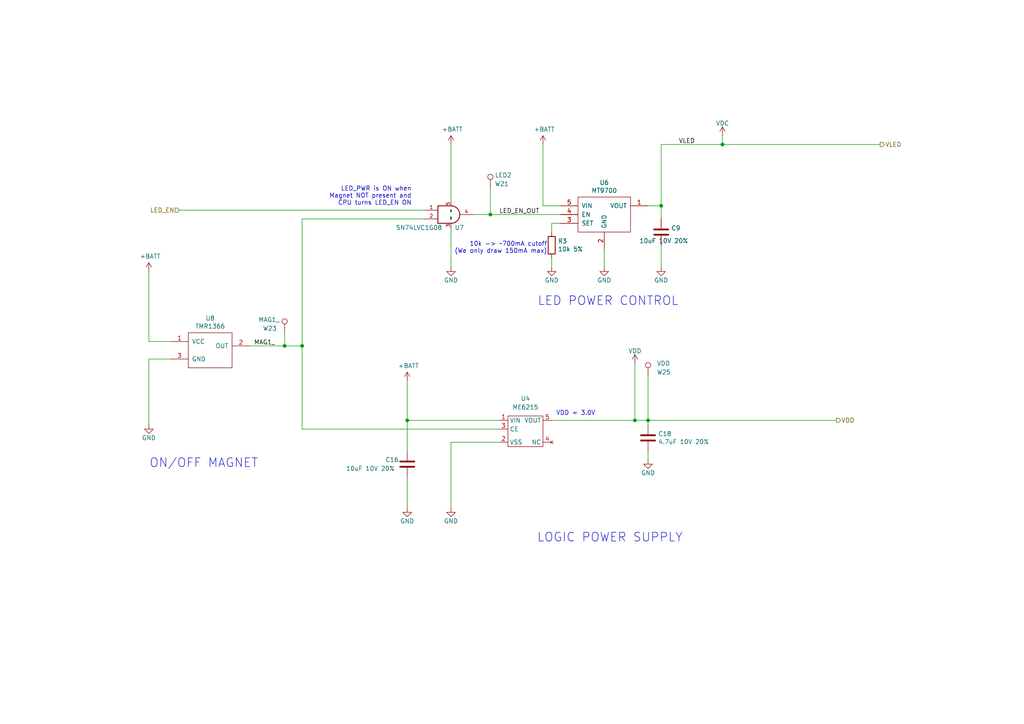
<source format=kicad_sch>
(kicad_sch (version 20230121) (generator eeschema)
  (paper "A4")
  (title_block (title "Pixels D20 Schematic, Power") (date "2020-04-13") (rev "2") (company "Systemic Games, LLC"))
  (lib_symbols
    (symbol "Device:C" (pin_numbers hide) (pin_names (offset 0.254))
      (property "Reference" "C" (at 0.635 2.54 0))
      (property "Value" "C" (at 0.635 -2.54 0))
      (symbol "C_0_1"
        (polyline (pts (xy -2.032 -0.762) (xy 2.032 -0.762)) (stroke (width 0.508)))
        (polyline (pts (xy -2.032 0.762) (xy 2.032 0.762)) (stroke (width 0.508)))
      )
      (symbol "C_1_1"
        (pin passive line (at 0 3.81 270) (length 2.794) (name "~") (number "1"))
        (pin passive line (at 0 -3.81 90) (length 2.794) (name "~") (number "2"))
      )
    )
    (symbol "Device:R" (pin_numbers hide) (pin_names (offset 0))
      (property "Reference" "R" (at 2.032 0 90))
      (property "Value" "R" (at 0 0 90))
      (symbol "R_0_1"
        (rectangle (start -1.016 -2.54) (end 1.016 2.54) (stroke (width 0.254)))
      )
      (symbol "R_1_1"
        (pin passive line (at 0 3.81 270) (length 1.27) (name "~") (number "1"))
        (pin passive line (at 0 -3.81 90) (length 1.27) (name "~") (number "2"))
      )
    )
    (symbol "Pixels-dice:74AHC1G08" (pin_names (offset 1.016))
      (property "Reference" "U" (at -2.54 3.81 0))
      (property "Value" "74AHC1G08" (at 0 -3.81 0))
      (symbol "74AHC1G08_0_1"
        (arc (start 0 -2.54) (mid 2.529 0) (end 0 2.54) (stroke (width 0.254)))
        (polyline (pts (xy 0 -2.54) (xy -3.81 -2.54) (xy -3.81 2.54) (xy 0 2.54)) (stroke (width 0.254)))
      )
      (symbol "74AHC1G08_1_1"
        (pin input line (at -7.62 1.27 0) (length 3.81) (name "~") (number "1"))
        (pin input line (at -7.62 -1.27 0) (length 3.81) (name "~") (number "2"))
        (pin power_in line (at 0 -3.81 90) (length 1.27) (name "GND") (number "3"))
        (pin output line (at 6.35 0 180) (length 3.81) (name "~") (number "4"))
        (pin power_in line (at 0 3.81 270) (length 1.27) (name "VCC") (number "5"))
      )
    )
    (symbol "Pixels-dice:ME6215"
      (property "Reference" "U" (at 3.175 -6.35 0))
      (property "Value" "ME6215" (at 0 5.08 0))
      (symbol "ME6215_0_1"
        (rectangle (start -5.08 3.81) (end 5.08 -5.08))
      )
      (symbol "ME6215_1_1"
        (pin power_in line (at -7.62 2.54 0) (length 2.54) (name "VIN") (number "1"))
        (pin power_in line (at -7.62 -3.81 0) (length 2.54) (name "VSS") (number "2"))
        (pin input line (at -7.62 0 0) (length 2.54) (name "CE") (number "3"))
        (pin no_connect line (at 7.62 -3.81 180) (length 2.54) (name "NC") (number "4"))
        (pin power_out line (at 7.62 2.54 180) (length 2.54) (name "VOUT") (number "5"))
      )
    )
    (symbol "Pixels-dice:MT9700" (pin_names (offset 1.016))
      (property "Reference" "U" (at 6.35 -6.35 0))
      (property "Value" "MT9700" (at 0 6.35 0))
      (symbol "MT9700_0_1"
        (rectangle (start -7.62 5.08) (end 7.62 -5.08))
      )
      (symbol "MT9700_1_1"
        (pin power_out line (at 12.7 2.54 180) (length 5.08) (name "VOUT") (number "1"))
        (pin power_in line (at 0 -10.16 90) (length 5.08) (name "GND") (number "2"))
        (pin input line (at -12.7 -2.54 0) (length 5.08) (name "SET") (number "3"))
        (pin input line (at -12.7 0 0) (length 5.08) (name "EN") (number "4"))
        (pin power_in line (at -12.7 2.54 0) (length 5.08) (name "VIN") (number "5"))
      )
    )
    (symbol "Pixels-dice:TEST_1P-conn" (pin_numbers hide) (pin_names (offset 0.762) hide)
      (property "Reference" "W" (at 0 6.858 0))
      (property "Value" "TEST_1P-conn" (at 0 5.08 0))
      (symbol "TEST_1P-conn_0_1"
        (circle (center 0 3.302) (radius 0.762))
      )
      (symbol "TEST_1P-conn_1_1"
        (pin passive line (at 0 0 90) (length 2.54) (name "1") (number "1"))
      )
    )
    (symbol "Pixels-dice:TMR1366" (pin_names (offset 1.016))
      (property "Reference" "U" (at 3.81 -6.35 0))
      (property "Value" "TMR1366" (at 0 6.35 0))
      (symbol "TMR1366_1_1"
        (rectangle (start -6.35 5.08) (end 6.35 -5.08))
        (pin power_in line (at -11.43 2.54 0) (length 5.08) (name "VCC") (number "1"))
        (pin output line (at 11.43 1.27 180) (length 5.08) (name "OUT") (number "2"))
        (pin power_in line (at -11.43 -2.54 0) (length 5.08) (name "GND") (number "3"))
      )
    )
    (symbol "power:+BATT" (power) (pin_names (offset 0))
      (property "Value" "+BATT" (at 0 3.556 0))
      (symbol "+BATT_0_1"
        (polyline (pts (xy -0.762 1.27) (xy 0 2.54)))
        (polyline (pts (xy 0 0) (xy 0 2.54)))
        (polyline (pts (xy 0 2.54) (xy 0.762 1.27)))
      )
      (symbol "+BATT_1_1"
        (pin power_in line (at 0 0 90) (length 0) hide (name "+BATT") (number "1"))
      )
    )
    (symbol "power:GND" (power) (pin_names (offset 0))
      (property "Value" "GND" (at 0 -3.81 0))
      (symbol "GND_0_1"
        (polyline (pts (xy 0 0) (xy 0 -1.27) (xy 1.27 -1.27) (xy 0 -2.54) (xy -1.27 -1.27) (xy 0 -1.27)))
      )
      (symbol "GND_1_1"
        (pin power_in line (at 0 0 270) (length 0) hide (name "GND") (number "1"))
      )
    )
    (symbol "power:VDC" (power) (pin_names (offset 0))
      (property "Value" "VDC" (at 0 6.35 0))
      (symbol "VDC_0_1"
        (polyline (pts (xy -0.762 1.27) (xy 0 2.54)))
        (polyline (pts (xy 0 0) (xy 0 2.54)))
        (polyline (pts (xy 0 2.54) (xy 0.762 1.27)))
      )
      (symbol "VDC_1_1"
        (pin power_in line (at 0 0 90) (length 0) hide (name "VDC") (number "1"))
      )
    )
    (symbol "power:VDD" (power) (pin_names (offset 0))
      (property "Value" "VDD" (at 0 3.81 0))
      (symbol "VDD_0_1"
        (polyline (pts (xy -0.762 1.27) (xy 0 2.54)))
        (polyline (pts (xy 0 0) (xy 0 2.54)))
        (polyline (pts (xy 0 2.54) (xy 0.762 1.27)))
      )
      (symbol "VDD_1_1"
        (pin power_in line (at 0 0 90) (length 0) hide (name "VDD") (number "1"))
      )
    )
  )
  (junction (at 142.24 62.23))
  (junction (at 184.15 121.92))
  (junction (at 209.55 41.91))
  (junction (at 187.96 121.92))
  (junction (at 87.63 100.33))
  (junction (at 82.55 100.33))
  (junction (at 191.77 59.69))
  (junction (at 118.11 121.92))
  (wire (pts (xy 187.96 130.81) (xy 187.96 133.35)))
  (wire (pts (xy 118.11 130.81) (xy 118.11 121.92)))
  (wire (pts (xy 87.63 100.33) (xy 82.55 100.33)))
  (wire (pts (xy 43.18 78.74) (xy 43.18 99.06)))
  (wire (pts (xy 49.53 104.14) (xy 43.18 104.14)))
  (wire (pts (xy 255.27 41.91) (xy 209.55 41.91)))
  (wire (pts (xy 175.26 72.39) (xy 175.26 77.47)))
  (wire (pts (xy 52.07 60.96) (xy 123.19 60.96)))
  (wire (pts (xy 43.18 104.14) (xy 43.18 123.19)))
  (wire (pts (xy 187.96 121.92) (xy 242.57 121.92)))
  (wire (pts (xy 191.77 63.5) (xy 191.77 59.69)))
  (wire (pts (xy 209.55 41.91) (xy 191.77 41.91)))
  (wire (pts (xy 162.56 59.69) (xy 157.48 59.69)))
  (wire (pts (xy 87.63 63.5) (xy 87.63 100.33)))
  (wire (pts (xy 160.02 121.92) (xy 184.15 121.92)))
  (wire (pts (xy 130.81 66.04) (xy 130.81 77.47)))
  (wire (pts (xy 43.18 99.06) (xy 49.53 99.06)))
  (wire (pts (xy 130.81 41.91) (xy 130.81 58.42)))
  (wire (pts (xy 142.24 62.23) (xy 162.56 62.23)))
  (wire (pts (xy 209.55 39.37) (xy 209.55 41.91)))
  (wire (pts (xy 162.56 64.77) (xy 160.02 64.77)))
  (wire (pts (xy 144.78 128.27) (xy 130.81 128.27)))
  (wire (pts (xy 160.02 74.93) (xy 160.02 77.47)))
  (wire (pts (xy 137.16 62.23) (xy 142.24 62.23)))
  (wire (pts (xy 87.63 124.46) (xy 144.78 124.46)))
  (wire (pts (xy 187.96 121.92) (xy 187.96 123.19)))
  (wire (pts (xy 82.55 100.33) (xy 72.39 100.33)))
  (wire (pts (xy 184.15 105.41) (xy 184.15 121.92)))
  (wire (pts (xy 160.02 64.77) (xy 160.02 67.31)))
  (wire (pts (xy 130.81 128.27) (xy 130.81 147.32)))
  (wire (pts (xy 118.11 110.49) (xy 118.11 121.92)))
  (wire (pts (xy 187.96 59.69) (xy 191.77 59.69)))
  (wire (pts (xy 87.63 100.33) (xy 87.63 124.46)))
  (wire (pts (xy 157.48 41.91) (xy 157.48 59.69)))
  (wire (pts (xy 118.11 121.92) (xy 144.78 121.92)))
  (wire (pts (xy 184.15 121.92) (xy 187.96 121.92)))
  (wire (pts (xy 187.96 109.22) (xy 187.96 121.92)))
  (wire (pts (xy 142.24 54.61) (xy 142.24 62.23)))
  (wire (pts (xy 191.77 41.91) (xy 191.77 59.69)))
  (wire (pts (xy 82.55 96.52) (xy 82.55 100.33)))
  (wire (pts (xy 87.63 63.5) (xy 123.19 63.5)))
  (wire (pts (xy 191.77 71.12) (xy 191.77 77.47)))
  (wire (pts (xy 118.11 138.43) (xy 118.11 147.32)))
  (text "LOGIC POWER SUPPLY" (at 198.12 157.48 0) (effects (font (size 2.54 2.54)) (justify right bottom)))
  (text "ON/OFF MAGNET" (at 74.93 135.89 0) (effects (font (size 2.54 2.54)) (justify right bottom)))
  (text "LED_PWR is ON when\nMagnet NOT present and\nCPU turns LED_EN ON" (at 119.38 59.69 0) (effects (font (size 1.27 1.27)) (justify right bottom)))
  (text "10k -> ~700mA cutoff\n(We only draw 150mA max)" (at 158.75 73.66 0) (effects (font (size 1.27 1.27)) (justify right bottom)))
  (text "LED POWER CONTROL" (at 196.85 88.9 0) (effects (font (size 2.54 2.54)) (justify right bottom)))
  (text "VDD = 3.0V" (at 172.72 120.65 0) (effects (font (size 1.27 1.27)) (justify right bottom)))
  (label "MAG1_" (at 73.66 100.33 0))
  (label "VLED" (at 196.85 41.91 0))
  (label "LED_EN_OUT" (at 144.78 62.23 0))
  (hierarchical_label "LED_EN" (shape input) (at 52.07 60.96 180))
  (hierarchical_label "VDD" (shape output) (at 242.57 121.92 0))
  (hierarchical_label "VLED" (shape output) (at 255.27 41.91 0))
  (symbol (lib_id "Pixels-dice:TEST_1P-conn") (at 142.24 54.61 0) (unit 1)
    (property "Reference" "W21" (at 143.51 53.34 0) (effects (justify left)))
    (property "Value" "LED2" (at 143.51 50.8 0) (effects (justify left)))
    (property "Footprint" "Pixels-dice:TEST_PIN" (effects hide))
    (property "Generic OK" "N/A" (effects hide))
  )
  (symbol (lib_id "power:+BATT") (at 157.48 41.91 0) (unit 1)
    (property "Reference" "#PWR033" (effects hide))
    (property "Value" "+BATT" (at 157.861 37.5158 0))
  )
  (symbol (lib_id "power:GND") (at 175.26 77.47 0) (unit 1)
    (property "Reference" "#PWR038" (effects hide))
    (property "Value" "GND" (at 175.26 81.28 0))
  )
  (symbol (lib_id "power:GND") (at 43.18 123.19 0) (unit 1)
    (property "Reference" "#PWR039" (effects hide))
    (property "Value" "GND" (at 43.18 127 0))
  )
  (symbol (lib_id "power:+BATT") (at 43.18 78.74 0) (unit 1)
    (property "Reference" "#PWR036" (effects hide))
    (property "Value" "+BATT" (at 43.561 74.3458 0))
  )
  (symbol (lib_id "Pixels-dice:TEST_1P-conn") (at 82.55 96.52 0) (unit 1)
    (property "Reference" "W23" (at 76.2 95.25 0) (effects (justify left)))
    (property "Value" "MAG1_" (at 74.93 92.71 0) (effects (justify left)))
    (property "Footprint" "Pixels-dice:TEST_PIN" (effects hide))
    (property "Generic OK" "N/A" (effects hide))
  )
  (symbol (lib_id "Pixels-dice:74AHC1G08") (at 130.81 62.23 0) (unit 1)
    (property "Reference" "U7" (at 134.62 66.04 0) (effects (justify right)))
    (property "Value" "SN74LVC1G08" (at 128.27 66.04 0) (effects (justify right)))
    (property "Footprint" "Pixels-dice:SOT-353_SC-70-5" (effects hide))
    (property "Datasheet" "http://www.ti.com/lit/sg/scyt129e/scyt129e.pdf" (effects hide))
    (property "Generic OK" "YES" (effects hide))
    (property "Manufacturer" "UMW(Youtai Semiconductor Co., Ltd.)" (effects hide))
    (property "Manufacturer Part Number" "SN74LVC1G08DCKR" (effects hide))
    (property "Pixels Part Number" "SMD-U007" (effects hide))
  )
  (symbol (lib_id "power:+BATT") (at 130.81 41.91 0) (unit 1)
    (property "Reference" "#PWR020" (effects hide))
    (property "Value" "+BATT" (at 131.191 37.5158 0))
  )
  (symbol (lib_id "power:GND") (at 130.81 77.47 0) (unit 1)
    (property "Reference" "#PWR034" (effects hide))
    (property "Value" "GND" (at 130.81 81.28 0))
  )
  (symbol (lib_id "Pixels-dice:TMR1366") (at 60.96 101.6 0) (unit 1)
    (property "Reference" "U8" (at 60.96 92.329 0))
    (property "Value" "TMR1366" (at 60.96 94.6404 0))
    (property "Footprint" "Pixels-dice:SOT-23" (effects hide))
    (property "Generic OK" "NO" (effects hide))
    (property "Manufacturer" "Multi Dimension" (effects hide))
    (property "Manufacturer Part Number" "TMR1366S" (effects hide))
    (property "Pixels Part Number" "SMD-U008-ALT8" (effects hide))
  )
  (symbol (lib_id "Device:C") (at 191.77 67.31 0) (unit 1)
    (property "Reference" "C9" (at 194.691 66.1416 0) (effects (justify left)))
    (property "Value" "10uF 10V 20%" (at 185.42 69.85 0) (effects (justify left)))
    (property "Footprint" "Pixels-dice:C_0402_1005Metric" (effects hide))
    (property "Generic OK" "YES" (effects hide))
    (property "Pixels Part Number" "SMD-C002" (effects hide))
    (property "Manufacturer" "Murata" (effects hide))
    (property "Manufacturer Part Number" "GRM155R61A106ME44D " (effects hide))
  )
  (symbol (lib_id "power:GND") (at 191.77 77.47 0) (unit 1)
    (property "Reference" "#PWR0142" (effects hide))
    (property "Value" "GND" (at 191.77 81.28 0))
  )
  (symbol (lib_id "Pixels-dice:MT9700") (at 175.26 62.23 0) (unit 1)
    (property "Reference" "U6" (at 175.26 52.959 0))
    (property "Value" "MT9700" (at 175.26 55.2704 0))
    (property "Footprint" "Pixels-dice:SOT-23-5" (effects hide))
    (property "Manufacturer" "XI'AN Aerosemi Tech" (effects hide))
    (property "Manufacturer Part Number" "MT9700" (effects hide))
    (property "Pixels Part Number" "SMD-U006-ALT2" (effects hide))
    (property "Generic OK" "NO" (effects hide))
  )
  (symbol (lib_id "Device:R") (at 160.02 71.12 0) (unit 1)
    (property "Reference" "R3" (at 161.798 69.9516 0) (effects (justify left)))
    (property "Value" "10k 5%" (at 161.798 72.263 0) (effects (justify left)))
    (property "Footprint" "Pixels-dice:R_0402_1005Metric" (effects hide))
    (property "Generic OK" "YES" (effects hide))
    (property "Manufacturer" "UNI-ROYAL(Uniroyal Elec)" (effects hide))
    (property "Manufacturer Part Number" "0402WGJ0103TCE" (effects hide))
    (property "Pixels Part Number" "SMD-R002" (effects hide))
  )
  (symbol (lib_id "power:GND") (at 160.02 77.47 0) (unit 1)
    (property "Reference" "#PWR0101" (effects hide))
    (property "Value" "GND" (at 160.02 81.28 0))
  )
  (symbol (lib_id "power:VDD") (at 184.15 105.41 0) (unit 1)
    (property "Reference" "#PWR0136" (effects hide))
    (property "Value" "VDD" (at 184.15 101.8055 0))
  )
  (symbol (lib_id "power:GND") (at 118.11 147.32 0) (unit 1)
    (property "Reference" "#PWR0135" (effects hide))
    (property "Value" "GND" (at 118.11 151.13 0))
  )
  (symbol (lib_id "power:VDC") (at 209.55 39.37 0) (unit 1)
    (property "Reference" "#PWR026" (effects hide))
    (property "Value" "VDC" (at 209.55 35.7655 0))
  )
  (symbol (lib_id "power:+BATT") (at 118.11 110.49 0) (unit 1)
    (property "Reference" "#PWR0138" (effects hide))
    (property "Value" "+BATT" (at 118.491 106.0958 0))
  )
  (symbol (lib_id "Device:C") (at 118.11 134.62 0) (unit 1)
    (property "Reference" "C16" (at 111.76 133.35 0) (effects (justify left)))
    (property "Value" "10uF 10V 20%" (at 100.33 135.89 0) (effects (justify left)))
    (property "Footprint" "Pixels-dice:C_0402_1005Metric" (effects hide))
    (property "Generic OK" "YES" (effects hide))
    (property "Pixels Part Number" "SMD-C002" (effects hide))
    (property "Manufacturer" "Murata" (effects hide))
    (property "Manufacturer Part Number" "GRM155R61A106ME44D " (effects hide))
  )
  (symbol (lib_id "power:GND") (at 187.96 133.35 0) (unit 1)
    (property "Reference" "#PWR0137" (effects hide))
    (property "Value" "GND" (at 187.96 137.16 0))
  )
  (symbol (lib_id "Pixels-dice:ME6215") (at 152.4 124.46 0) (unit 1)
    (property "Reference" "U4" (at 152.4 115.57 0))
    (property "Value" "ME6215" (at 152.4 118.11 0))
    (property "Footprint" "Pixels-dice:SOT-23-5" (effects hide))
    (property "Generic OK" "NO" (effects hide))
    (property "Manufacturer" "MICRONE(Nanjing Micro One Elec)" (effects hide))
    (property "Manufacturer Part Number" "ME6215C30M5G" (effects hide))
  )
  (symbol (lib_id "power:GND") (at 130.81 147.32 0) (unit 1)
    (property "Reference" "#PWR0134" (effects hide))
    (property "Value" "GND" (at 130.81 151.13 0))
  )
  (symbol (lib_id "Device:C") (at 187.96 127 0) (unit 1)
    (property "Reference" "C18" (at 190.881 125.8316 0) (effects (justify left)))
    (property "Value" "4.7uF 10V 20%" (at 190.881 128.143 0) (effects (justify left)))
    (property "Footprint" "Pixels-dice:C_0402_1005Metric" (effects hide))
    (property "Generic OK" "YES" (effects hide))
    (property "Pixels Part Number" "SMD-C002" (effects hide))
    (property "Manufacturer" "Murata" (effects hide))
    (property "Manufacturer Part Number" "GRM155R61A475MEAAJ" (effects hide))
  )
  (symbol (lib_id "Pixels-dice:TEST_1P-conn") (at 187.96 109.22 0) (unit 1)
    (property "Reference" "W25" (at 190.5 107.95 0) (effects (justify left)))
    (property "Value" "VDD" (at 190.5 105.41 0) (effects (justify left)))
    (property "Footprint" "Pixels-dice:TEST_PIN" (effects hide))
    (property "Generic OK" "N/A" (effects hide))
  )
)
</source>
